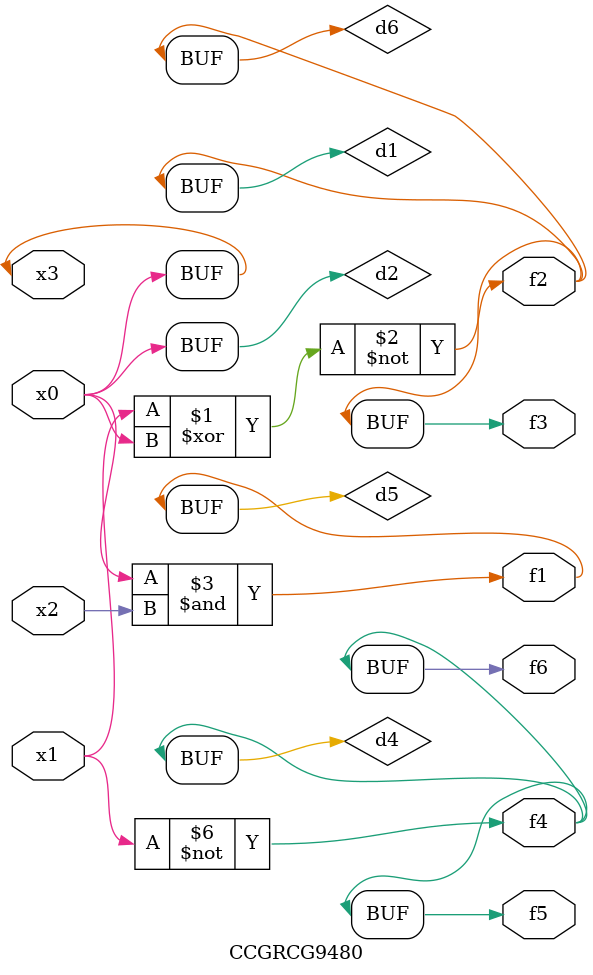
<source format=v>
module CCGRCG9480(
	input x0, x1, x2, x3,
	output f1, f2, f3, f4, f5, f6
);

	wire d1, d2, d3, d4, d5, d6;

	xnor (d1, x1, x3);
	buf (d2, x0, x3);
	nand (d3, x0, x2);
	not (d4, x1);
	nand (d5, d3);
	or (d6, d1);
	assign f1 = d5;
	assign f2 = d6;
	assign f3 = d6;
	assign f4 = d4;
	assign f5 = d4;
	assign f6 = d4;
endmodule

</source>
